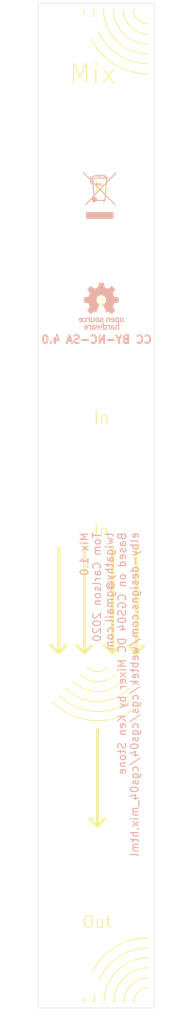
<source format=kicad_pcb>
(kicad_pcb (version 20171130) (host pcbnew "(5.1.4)-1")

  (general
    (thickness 1.6)
    (drawings 45)
    (tracks 0)
    (zones 0)
    (modules 9)
    (nets 2)
  )

  (page A4)
  (layers
    (0 F.Cu signal)
    (31 B.Cu signal)
    (32 B.Adhes user)
    (33 F.Adhes user)
    (34 B.Paste user)
    (35 F.Paste user)
    (36 B.SilkS user)
    (37 F.SilkS user)
    (38 B.Mask user)
    (39 F.Mask user)
    (40 Dwgs.User user)
    (41 Cmts.User user)
    (42 Eco1.User user)
    (43 Eco2.User user)
    (44 Edge.Cuts user)
    (45 Margin user)
    (46 B.CrtYd user)
    (47 F.CrtYd user)
    (48 B.Fab user)
    (49 F.Fab user)
  )

  (setup
    (last_trace_width 0.25)
    (trace_clearance 0.2)
    (zone_clearance 0.508)
    (zone_45_only no)
    (trace_min 0.2)
    (via_size 0.8)
    (via_drill 0.4)
    (via_min_size 0.4)
    (via_min_drill 0.3)
    (uvia_size 0.3)
    (uvia_drill 0.1)
    (uvias_allowed no)
    (uvia_min_size 0.2)
    (uvia_min_drill 0.1)
    (edge_width 0.05)
    (segment_width 0.2)
    (pcb_text_width 0.3)
    (pcb_text_size 1.5 1.5)
    (mod_edge_width 0.12)
    (mod_text_size 1 1)
    (mod_text_width 0.15)
    (pad_size 6.4 3.2)
    (pad_drill 6.4)
    (pad_to_mask_clearance 0.051)
    (solder_mask_min_width 0.25)
    (aux_axis_origin 0 0)
    (visible_elements 7FFFFFFF)
    (pcbplotparams
      (layerselection 0x010fc_ffffffff)
      (usegerberextensions false)
      (usegerberattributes false)
      (usegerberadvancedattributes false)
      (creategerberjobfile false)
      (excludeedgelayer true)
      (linewidth 0.100000)
      (plotframeref false)
      (viasonmask false)
      (mode 1)
      (useauxorigin false)
      (hpglpennumber 1)
      (hpglpenspeed 20)
      (hpglpendiameter 15.000000)
      (psnegative false)
      (psa4output false)
      (plotreference true)
      (plotvalue true)
      (plotinvisibletext false)
      (padsonsilk false)
      (subtractmaskfromsilk false)
      (outputformat 1)
      (mirror false)
      (drillshape 1)
      (scaleselection 1)
      (outputdirectory ""))
  )

  (net 0 "")
  (net 1 Earth)

  (net_class Default "This is the default net class."
    (clearance 0.2)
    (trace_width 0.25)
    (via_dia 0.8)
    (via_drill 0.4)
    (uvia_dia 0.3)
    (uvia_drill 0.1)
  )

  (net_class Power ""
    (clearance 0.2)
    (trace_width 0.5)
    (via_dia 0.8)
    (via_drill 0.4)
    (uvia_dia 0.3)
    (uvia_drill 0.1)
  )

  (module Symbol:WEEE-Logo_4.2x6mm_SilkScreen (layer B.Cu) (tedit 0) (tstamp 6055F994)
    (at 123.8504 67.3608 180)
    (descr "Waste Electrical and Electronic Equipment Directive")
    (tags "Logo WEEE")
    (path /60041A75)
    (attr virtual)
    (fp_text reference J26 (at 0 0) (layer B.SilkS) hide
      (effects (font (size 1 1) (thickness 0.15)) (justify mirror))
    )
    (fp_text value WEEE (at 0.75 0) (layer B.Fab) hide
      (effects (font (size 1 1) (thickness 0.15)) (justify mirror))
    )
    (fp_poly (pts (xy 1.747822 -3.017822) (xy -1.772971 -3.017822) (xy -1.772971 -2.150198) (xy 1.747822 -2.150198)
      (xy 1.747822 -3.017822)) (layer B.SilkS) (width 0.01))
    (fp_poly (pts (xy 2.12443 2.935152) (xy 2.123811 2.848069) (xy 1.672086 2.389109) (xy 1.220361 1.930148)
      (xy 1.220032 1.719529) (xy 1.219703 1.508911) (xy 0.94461 1.508911) (xy 0.937522 1.45547)
      (xy 0.934838 1.431112) (xy 0.930313 1.385241) (xy 0.924191 1.320595) (xy 0.916712 1.239909)
      (xy 0.908119 1.145919) (xy 0.898654 1.041363) (xy 0.888558 0.928975) (xy 0.878074 0.811493)
      (xy 0.867444 0.691652) (xy 0.856909 0.572189) (xy 0.846713 0.455841) (xy 0.837095 0.345343)
      (xy 0.8283 0.243431) (xy 0.820568 0.152842) (xy 0.814142 0.076313) (xy 0.809263 0.016579)
      (xy 0.806175 -0.023624) (xy 0.805117 -0.041559) (xy 0.805118 -0.041644) (xy 0.812827 -0.056035)
      (xy 0.835981 -0.085748) (xy 0.874895 -0.131131) (xy 0.929884 -0.192529) (xy 1.001264 -0.270288)
      (xy 1.089349 -0.364754) (xy 1.194454 -0.476272) (xy 1.316895 -0.605188) (xy 1.35131 -0.641287)
      (xy 1.897137 -1.213416) (xy 1.808881 -1.301436) (xy 1.737485 -1.223758) (xy 1.711366 -1.195686)
      (xy 1.670566 -1.152274) (xy 1.617777 -1.096366) (xy 1.555691 -1.030808) (xy 1.487 -0.958441)
      (xy 1.414396 -0.882112) (xy 1.37096 -0.836524) (xy 1.289416 -0.751119) (xy 1.223504 -0.68271)
      (xy 1.171544 -0.630053) (xy 1.131855 -0.591905) (xy 1.102757 -0.56702) (xy 1.082569 -0.554156)
      (xy 1.06961 -0.552068) (xy 1.0622 -0.559513) (xy 1.058658 -0.575246) (xy 1.057303 -0.598023)
      (xy 1.057121 -0.604239) (xy 1.047703 -0.647061) (xy 1.024497 -0.698819) (xy 0.992136 -0.751328)
      (xy 0.955252 -0.796403) (xy 0.940493 -0.810328) (xy 0.864767 -0.859047) (xy 0.776308 -0.886306)
      (xy 0.6981 -0.892773) (xy 0.609468 -0.880576) (xy 0.527612 -0.844813) (xy 0.455164 -0.786722)
      (xy 0.441797 -0.772262) (xy 0.392918 -0.716733) (xy -0.452674 -0.716733) (xy -0.452674 -0.892773)
      (xy -0.67901 -0.892773) (xy -0.67901 -0.810531) (xy -0.68185 -0.754386) (xy -0.691393 -0.715416)
      (xy -0.702991 -0.694219) (xy -0.711277 -0.679052) (xy -0.718373 -0.657062) (xy -0.724748 -0.624987)
      (xy -0.730872 -0.579569) (xy -0.737216 -0.517548) (xy -0.74425 -0.435662) (xy -0.749066 -0.374746)
      (xy -0.771161 -0.089343) (xy -1.313565 -0.638805) (xy -1.411637 -0.738228) (xy -1.505784 -0.833815)
      (xy -1.594285 -0.92381) (xy -1.67542 -1.006457) (xy -1.747469 -1.080001) (xy -1.808712 -1.142684)
      (xy -1.857427 -1.192752) (xy -1.891896 -1.228448) (xy -1.910379 -1.247995) (xy -1.940743 -1.278944)
      (xy -1.966071 -1.30053) (xy -1.979695 -1.307723) (xy -1.997095 -1.299297) (xy -2.02246 -1.278245)
      (xy -2.031058 -1.269671) (xy -2.067514 -1.23162) (xy -1.866802 -1.027658) (xy -1.815596 -0.975699)
      (xy -1.749569 -0.90882) (xy -1.671618 -0.82995) (xy -1.584638 -0.742014) (xy -1.491526 -0.647941)
      (xy -1.395179 -0.550658) (xy -1.298492 -0.453093) (xy -1.229134 -0.383145) (xy -1.123703 -0.27655)
      (xy -1.035129 -0.186307) (xy -0.962281 -0.111192) (xy -0.904023 -0.049986) (xy -0.859225 -0.001466)
      (xy -0.837021 0.023871) (xy -0.658724 0.023871) (xy -0.636401 -0.261555) (xy -0.629669 -0.345219)
      (xy -0.623157 -0.421727) (xy -0.617234 -0.487081) (xy -0.612268 -0.537281) (xy -0.608629 -0.568329)
      (xy -0.607458 -0.575273) (xy -0.600838 -0.603565) (xy 0.348636 -0.603565) (xy 0.354974 -0.524606)
      (xy 0.37411 -0.431315) (xy 0.414154 -0.348791) (xy 0.472582 -0.280038) (xy 0.546871 -0.228063)
      (xy 0.630252 -0.196863) (xy 0.657302 -0.182228) (xy 0.670844 -0.150819) (xy 0.671128 -0.149434)
      (xy 0.672753 -0.136174) (xy 0.670744 -0.122595) (xy 0.663142 -0.106181) (xy 0.647984 -0.084411)
      (xy 0.623312 -0.054767) (xy 0.587164 -0.014732) (xy 0.53758 0.038215) (xy 0.472599 0.106591)
      (xy 0.468401 0.110995) (xy 0.398507 0.184389) (xy 0.3242 0.262563) (xy 0.250586 0.340136)
      (xy 0.182771 0.411725) (xy 0.12586 0.471949) (xy 0.113168 0.485413) (xy 0.064513 0.53618)
      (xy 0.021291 0.579625) (xy -0.013395 0.612759) (xy -0.036444 0.632595) (xy -0.044182 0.636954)
      (xy -0.055722 0.62783) (xy -0.08271 0.6028) (xy -0.123021 0.563948) (xy -0.174529 0.513357)
      (xy -0.235109 0.453112) (xy -0.302636 0.385296) (xy -0.357826 0.329435) (xy -0.658724 0.023871)
      (xy -0.837021 0.023871) (xy -0.826751 0.035589) (xy -0.805471 0.062401) (xy -0.794251 0.080192)
      (xy -0.791754 0.08843) (xy -0.7927 0.10641) (xy -0.795573 0.147108) (xy -0.800187 0.208181)
      (xy -0.806358 0.287287) (xy -0.813898 0.382086) (xy -0.822621 0.490233) (xy -0.832343 0.609388)
      (xy -0.842876 0.737209) (xy -0.851365 0.839365) (xy -0.899396 1.415326) (xy -0.775805 1.415326)
      (xy -0.775273 1.402896) (xy -0.772769 1.36789) (xy -0.768496 1.312785) (xy -0.762653 1.240057)
      (xy -0.755443 1.152186) (xy -0.747066 1.051649) (xy -0.737723 0.940923) (xy -0.728758 0.835795)
      (xy -0.718602 0.716517) (xy -0.709142 0.60392) (xy -0.700596 0.500695) (xy -0.693179 0.409527)
      (xy -0.687108 0.333105) (xy -0.682601 0.274117) (xy -0.679873 0.235251) (xy -0.679116 0.220156)
      (xy -0.677935 0.210762) (xy -0.673256 0.207034) (xy -0.663276 0.210529) (xy -0.64619 0.222801)
      (xy -0.620196 0.245406) (xy -0.58349 0.2799) (xy -0.534267 0.327838) (xy -0.470726 0.390776)
      (xy -0.403305 0.458032) (xy -0.127601 0.733523) (xy -0.129533 0.735594) (xy 0.05271 0.735594)
      (xy 0.061016 0.72422) (xy 0.084267 0.697437) (xy 0.120135 0.657708) (xy 0.166287 0.607493)
      (xy 0.220394 0.549254) (xy 0.280126 0.485453) (xy 0.343152 0.418551) (xy 0.407142 0.35101)
      (xy 0.469764 0.28529) (xy 0.52869 0.223854) (xy 0.581588 0.169163) (xy 0.626128 0.123678)
      (xy 0.65998 0.089862) (xy 0.680812 0.070174) (xy 0.686494 0.066163) (xy 0.688366 0.079109)
      (xy 0.692254 0.114866) (xy 0.697943 0.171196) (xy 0.705219 0.24586) (xy 0.713869 0.33662)
      (xy 0.723678 0.441238) (xy 0.734434 0.557474) (xy 0.745921 0.683092) (xy 0.755093 0.784382)
      (xy 0.766826 0.915721) (xy 0.777665 1.039448) (xy 0.78743 1.153319) (xy 0.795937 1.255089)
      (xy 0.803005 1.342513) (xy 0.808451 1.413347) (xy 0.812092 1.465347) (xy 0.813747 1.496268)
      (xy 0.813558 1.504297) (xy 0.803666 1.497146) (xy 0.778476 1.474159) (xy 0.74019 1.437561)
      (xy 0.691011 1.389578) (xy 0.633139 1.332434) (xy 0.568778 1.268353) (xy 0.500129 1.199562)
      (xy 0.429395 1.128284) (xy 0.358778 1.056745) (xy 0.29048 0.98717) (xy 0.226704 0.921783)
      (xy 0.16965 0.862809) (xy 0.121522 0.812473) (xy 0.084522 0.773001) (xy 0.060852 0.746617)
      (xy 0.05271 0.735594) (xy -0.129533 0.735594) (xy -0.230409 0.843705) (xy -0.282768 0.899623)
      (xy -0.341535 0.962052) (xy -0.404385 1.028557) (xy -0.468995 1.096702) (xy -0.533042 1.164052)
      (xy -0.594203 1.228172) (xy -0.650153 1.286628) (xy -0.69857 1.336982) (xy -0.73713 1.376802)
      (xy -0.763509 1.40365) (xy -0.775384 1.415092) (xy -0.775805 1.415326) (xy -0.899396 1.415326)
      (xy -0.911401 1.559274) (xy -1.511938 2.190842) (xy -2.112475 2.822411) (xy -2.112034 2.910685)
      (xy -2.111592 2.99896) (xy -2.014583 2.895334) (xy -1.960291 2.837537) (xy -1.896192 2.769632)
      (xy -1.824016 2.693428) (xy -1.745492 2.610731) (xy -1.662349 2.523347) (xy -1.576319 2.433085)
      (xy -1.48913 2.34175) (xy -1.402513 2.251151) (xy -1.318197 2.163093) (xy -1.237912 2.079385)
      (xy -1.163387 2.001833) (xy -1.096354 1.932243) (xy -1.038541 1.872424) (xy -0.991679 1.824182)
      (xy -0.957496 1.789324) (xy -0.937724 1.769657) (xy -0.93339 1.765884) (xy -0.933092 1.779008)
      (xy -0.934731 1.812611) (xy -0.938023 1.86212) (xy -0.942682 1.922963) (xy -0.944682 1.947268)
      (xy -0.959577 2.125049) (xy -0.842955 2.125049) (xy -0.836934 2.096757) (xy -0.833863 2.074382)
      (xy -0.829548 2.032283) (xy -0.824488 1.975822) (xy -0.819181 1.910365) (xy -0.817344 1.886138)
      (xy -0.811927 1.816579) (xy -0.806459 1.751982) (xy -0.801488 1.698452) (xy -0.797561 1.66209)
      (xy -0.796675 1.655491) (xy -0.793334 1.641944) (xy -0.786101 1.626086) (xy -0.77344 1.606139)
      (xy -0.753811 1.580327) (xy -0.725678 1.546871) (xy -0.687502 1.503993) (xy -0.637746 1.449917)
      (xy -0.574871 1.382864) (xy -0.497341 1.301057) (xy -0.418251 1.21805) (xy -0.339564 1.135906)
      (xy -0.266112 1.059831) (xy -0.199724 0.991675) (xy -0.142227 0.933288) (xy -0.095451 0.886519)
      (xy -0.061224 0.853218) (xy -0.041373 0.835233) (xy -0.03714 0.832558) (xy -0.026003 0.842259)
      (xy 0.000029 0.867559) (xy 0.03843 0.905918) (xy 0.086672 0.9548) (xy 0.14223 1.011666)
      (xy 0.182408 1.053094) (xy 0.392169 1.27) (xy -0.226337 1.27) (xy -0.226337 1.508911)
      (xy 0.528119 1.508911) (xy 0.528119 1.402458) (xy 0.666435 1.540346) (xy 0.764553 1.63816)
      (xy 0.955643 1.63816) (xy 0.957471 1.62273) (xy 0.966723 1.614133) (xy 0.98905 1.610387)
      (xy 1.030105 1.609511) (xy 1.037376 1.609505) (xy 1.119109 1.609505) (xy 1.119109 1.828828)
      (xy 1.037376 1.747821) (xy 0.99127 1.698572) (xy 0.963694 1.660841) (xy 0.955643 1.63816)
      (xy 0.764553 1.63816) (xy 0.804752 1.678234) (xy 0.804752 1.801048) (xy 0.805137 1.85755)
      (xy 0.8069 1.893495) (xy 0.81095 1.91347) (xy 0.818199 1.922063) (xy 0.82913 1.923861)
      (xy 0.841288 1.926502) (xy 0.850273 1.937088) (xy 0.857174 1.959619) (xy 0.863076 1.998091)
      (xy 0.869065 2.056502) (xy 0.870987 2.077896) (xy 0.875148 2.125049) (xy -0.842955 2.125049)
      (xy -0.959577 2.125049) (xy -1.119109 2.125049) (xy -1.119109 2.238218) (xy -1.051314 2.238218)
      (xy -1.011662 2.239304) (xy -0.990116 2.244546) (xy -0.98748 2.247666) (xy -0.848616 2.247666)
      (xy -0.841308 2.240538) (xy -0.815993 2.238338) (xy -0.798908 2.238218) (xy -0.741881 2.238218)
      (xy -0.529221 2.238218) (xy 0.885302 2.238218) (xy 0.837458 2.287214) (xy 0.76315 2.347676)
      (xy 0.671184 2.394309) (xy 0.560002 2.427751) (xy 0.449529 2.446247) (xy 0.377227 2.454878)
      (xy 0.377227 2.36396) (xy -0.201188 2.36396) (xy -0.201188 2.467107) (xy -0.286065 2.458504)
      (xy -0.345368 2.451244) (xy -0.408551 2.441621) (xy -0.446386 2.434748) (xy -0.521832 2.419593)
      (xy -0.525526 2.328905) (xy -0.529221 2.238218) (xy -0.741881 2.238218) (xy -0.741881 2.288515)
      (xy -0.743544 2.320024) (xy -0.747697 2.337537) (xy -0.749371 2.338812) (xy -0.767987 2.330746)
      (xy -0.795183 2.31118) (xy -0.822448 2.287056) (xy -0.841267 2.265318) (xy -0.842943 2.262492)
      (xy -0.848616 2.247666) (xy -0.98748 2.247666) (xy -0.979662 2.256919) (xy -0.975442 2.270396)
      (xy -0.958219 2.305373) (xy -0.925138 2.347421) (xy -0.881893 2.390644) (xy -0.834174 2.429146)
      (xy -0.80283 2.449199) (xy -0.767123 2.471149) (xy -0.748819 2.489589) (xy -0.742388 2.511332)
      (xy -0.741894 2.524282) (xy -0.741894 2.527425) (xy -0.100594 2.527425) (xy -0.100594 2.464554)
      (xy 0.276633 2.464554) (xy 0.276633 2.527425) (xy -0.100594 2.527425) (xy -0.741894 2.527425)
      (xy -0.741881 2.565148) (xy -0.636048 2.565148) (xy -0.587355 2.563971) (xy -0.549405 2.560835)
      (xy -0.528308 2.556329) (xy -0.526023 2.554505) (xy -0.512641 2.551705) (xy -0.480074 2.552852)
      (xy -0.433916 2.557607) (xy -0.402376 2.561997) (xy -0.345188 2.570622) (xy -0.292886 2.578409)
      (xy -0.253582 2.584153) (xy -0.242055 2.585785) (xy -0.211937 2.595112) (xy -0.201188 2.609728)
      (xy -0.19792 2.61568) (xy -0.18623 2.620222) (xy -0.163288 2.62353) (xy -0.126265 2.625785)
      (xy -0.072332 2.627166) (xy 0.00134 2.62785) (xy 0.08802 2.62802) (xy 0.180529 2.627923)
      (xy 0.250906 2.62747) (xy 0.302164 2.62641) (xy 0.33732 2.624497) (xy 0.359389 2.621481)
      (xy 0.371385 2.617115) (xy 0.376324 2.611151) (xy 0.377227 2.604216) (xy 0.384921 2.582205)
      (xy 0.410121 2.569679) (xy 0.456009 2.565212) (xy 0.464264 2.565148) (xy 0.541973 2.557132)
      (xy 0.630233 2.535064) (xy 0.721085 2.501916) (xy 0.80657 2.460661) (xy 0.878726 2.414269)
      (xy 0.888072 2.406918) (xy 0.918533 2.383002) (xy 0.936572 2.373424) (xy 0.949169 2.37652)
      (xy 0.9621 2.389296) (xy 1.000293 2.414322) (xy 1.049998 2.423929) (xy 1.103524 2.418933)
      (xy 1.153178 2.400149) (xy 1.191267 2.368394) (xy 1.194025 2.364703) (xy 1.222526 2.305425)
      (xy 1.227828 2.244066) (xy 1.210518 2.185573) (xy 1.17118 2.134896) (xy 1.16637 2.130711)
      (xy 1.13844 2.110833) (xy 1.110102 2.102079) (xy 1.070263 2.101447) (xy 1.060311 2.102008)
      (xy 1.021332 2.103438) (xy 1.001254 2.100161) (xy 0.993985 2.090272) (xy 0.99324 2.081039)
      (xy 0.991716 2.054256) (xy 0.987935 2.013975) (xy 0.985218 1.989876) (xy 0.981277 1.951599)
      (xy 0.982916 1.932004) (xy 0.992421 1.924842) (xy 1.009351 1.923861) (xy 1.019392 1.927099)
      (xy 1.03559 1.93758) (xy 1.059145 1.956452) (xy 1.091257 1.984865) (xy 1.133128 2.023965)
      (xy 1.185957 2.074903) (xy 1.250945 2.138827) (xy 1.329291 2.216886) (xy 1.422197 2.310228)
      (xy 1.530863 2.420002) (xy 1.583231 2.473048) (xy 2.125049 3.022233) (xy 2.12443 2.935152)) (layer B.SilkS) (width 0.01))
  )

  (module Symbol:OSHW-Logo_5.7x6mm_SilkScreen (layer B.Cu) (tedit 0) (tstamp 6055F97F)
    (at 124.0536 81.534 180)
    (descr "Open Source Hardware Logo")
    (tags "Logo OSHW")
    (path /600400DA)
    (attr virtual)
    (fp_text reference J27 (at 0 0) (layer B.SilkS) hide
      (effects (font (size 1 1) (thickness 0.15)) (justify mirror))
    )
    (fp_text value OSHW (at 0.75 0) (layer B.Fab) hide
      (effects (font (size 1 1) (thickness 0.15)) (justify mirror))
    )
    (fp_poly (pts (xy -1.908759 -1.469184) (xy -1.882247 -1.482282) (xy -1.849553 -1.505106) (xy -1.825725 -1.529996)
      (xy -1.809406 -1.561249) (xy -1.79924 -1.603166) (xy -1.793872 -1.660044) (xy -1.791944 -1.736184)
      (xy -1.791831 -1.768917) (xy -1.792161 -1.840656) (xy -1.793527 -1.891927) (xy -1.7965 -1.927404)
      (xy -1.801649 -1.951763) (xy -1.809543 -1.96968) (xy -1.817757 -1.981902) (xy -1.870187 -2.033905)
      (xy -1.93193 -2.065184) (xy -1.998536 -2.074592) (xy -2.065558 -2.06098) (xy -2.086792 -2.051354)
      (xy -2.137624 -2.024859) (xy -2.137624 -2.440052) (xy -2.100525 -2.420868) (xy -2.051643 -2.406025)
      (xy -1.991561 -2.402222) (xy -1.931564 -2.409243) (xy -1.886256 -2.425013) (xy -1.848675 -2.455047)
      (xy -1.816564 -2.498024) (xy -1.81415 -2.502436) (xy -1.803967 -2.523221) (xy -1.79653 -2.54417)
      (xy -1.791411 -2.569548) (xy -1.788181 -2.603618) (xy -1.786413 -2.650641) (xy -1.785677 -2.714882)
      (xy -1.785544 -2.787176) (xy -1.785544 -3.017822) (xy -1.923861 -3.017822) (xy -1.923861 -2.592533)
      (xy -1.962549 -2.559979) (xy -2.002738 -2.53394) (xy -2.040797 -2.529205) (xy -2.079066 -2.541389)
      (xy -2.099462 -2.55332) (xy -2.114642 -2.570313) (xy -2.125438 -2.595995) (xy -2.132683 -2.633991)
      (xy -2.137208 -2.687926) (xy -2.139844 -2.761425) (xy -2.140772 -2.810347) (xy -2.143911 -3.011535)
      (xy -2.209926 -3.015336) (xy -2.27594 -3.019136) (xy -2.27594 -1.77065) (xy -2.137624 -1.77065)
      (xy -2.134097 -1.840254) (xy -2.122215 -1.888569) (xy -2.10002 -1.918631) (xy -2.065559 -1.933471)
      (xy -2.030742 -1.936436) (xy -1.991329 -1.933028) (xy -1.965171 -1.919617) (xy -1.948814 -1.901896)
      (xy -1.935937 -1.882835) (xy -1.928272 -1.861601) (xy -1.924861 -1.831849) (xy -1.924749 -1.787236)
      (xy -1.925897 -1.74988) (xy -1.928532 -1.693604) (xy -1.932456 -1.656658) (xy -1.939063 -1.633223)
      (xy -1.949749 -1.61748) (xy -1.959833 -1.60838) (xy -2.00197 -1.588537) (xy -2.05184 -1.585332)
      (xy -2.080476 -1.592168) (xy -2.108828 -1.616464) (xy -2.127609 -1.663728) (xy -2.136712 -1.733624)
      (xy -2.137624 -1.77065) (xy -2.27594 -1.77065) (xy -2.27594 -1.458614) (xy -2.206782 -1.458614)
      (xy -2.16526 -1.460256) (xy -2.143838 -1.466087) (xy -2.137626 -1.477461) (xy -2.137624 -1.477798)
      (xy -2.134742 -1.488938) (xy -2.12203 -1.487673) (xy -2.096757 -1.475433) (xy -2.037869 -1.456707)
      (xy -1.971615 -1.454739) (xy -1.908759 -1.469184)) (layer B.SilkS) (width 0.01))
    (fp_poly (pts (xy -1.38421 -2.406555) (xy -1.325055 -2.422339) (xy -1.280023 -2.450948) (xy -1.248246 -2.488419)
      (xy -1.238366 -2.504411) (xy -1.231073 -2.521163) (xy -1.225974 -2.542592) (xy -1.222679 -2.572616)
      (xy -1.220797 -2.615154) (xy -1.219937 -2.674122) (xy -1.219707 -2.75344) (xy -1.219703 -2.774484)
      (xy -1.219703 -3.017822) (xy -1.280059 -3.017822) (xy -1.318557 -3.015126) (xy -1.347023 -3.008295)
      (xy -1.354155 -3.004083) (xy -1.373652 -2.996813) (xy -1.393566 -3.004083) (xy -1.426353 -3.01316)
      (xy -1.473978 -3.016813) (xy -1.526764 -3.015228) (xy -1.575036 -3.008589) (xy -1.603218 -3.000072)
      (xy -1.657753 -2.965063) (xy -1.691835 -2.916479) (xy -1.707157 -2.851882) (xy -1.707299 -2.850223)
      (xy -1.705955 -2.821566) (xy -1.584356 -2.821566) (xy -1.573726 -2.854161) (xy -1.55641 -2.872505)
      (xy -1.521652 -2.886379) (xy -1.475773 -2.891917) (xy -1.428988 -2.889191) (xy -1.391514 -2.878274)
      (xy -1.381015 -2.871269) (xy -1.362668 -2.838904) (xy -1.35802 -2.802111) (xy -1.35802 -2.753763)
      (xy -1.427582 -2.753763) (xy -1.493667 -2.75885) (xy -1.543764 -2.773263) (xy -1.574929 -2.795729)
      (xy -1.584356 -2.821566) (xy -1.705955 -2.821566) (xy -1.703987 -2.779647) (xy -1.68071 -2.723845)
      (xy -1.636948 -2.681647) (xy -1.630899 -2.677808) (xy -1.604907 -2.665309) (xy -1.572735 -2.65774)
      (xy -1.52776 -2.654061) (xy -1.474331 -2.653216) (xy -1.35802 -2.653169) (xy -1.35802 -2.604411)
      (xy -1.362953 -2.566581) (xy -1.375543 -2.541236) (xy -1.377017 -2.539887) (xy -1.405034 -2.5288)
      (xy -1.447326 -2.524503) (xy -1.494064 -2.526615) (xy -1.535418 -2.534756) (xy -1.559957 -2.546965)
      (xy -1.573253 -2.556746) (xy -1.587294 -2.558613) (xy -1.606671 -2.5506) (xy -1.635976 -2.530739)
      (xy -1.679803 -2.497063) (xy -1.683825 -2.493909) (xy -1.681764 -2.482236) (xy -1.664568 -2.462822)
      (xy -1.638433 -2.441248) (xy -1.609552 -2.423096) (xy -1.600478 -2.418809) (xy -1.56738 -2.410256)
      (xy -1.51888 -2.404155) (xy -1.464695 -2.401708) (xy -1.462161 -2.401703) (xy -1.38421 -2.406555)) (layer B.SilkS) (width 0.01))
    (fp_poly (pts (xy -0.993356 -2.40302) (xy -0.974539 -2.40866) (xy -0.968473 -2.421053) (xy -0.968218 -2.426647)
      (xy -0.967129 -2.44223) (xy -0.959632 -2.444676) (xy -0.939381 -2.433993) (xy -0.927351 -2.426694)
      (xy -0.8894 -2.411063) (xy -0.844072 -2.403334) (xy -0.796544 -2.40274) (xy -0.751995 -2.408513)
      (xy -0.715602 -2.419884) (xy -0.692543 -2.436088) (xy -0.687996 -2.456355) (xy -0.690291 -2.461843)
      (xy -0.70702 -2.484626) (xy -0.732963 -2.512647) (xy -0.737655 -2.517177) (xy -0.762383 -2.538005)
      (xy -0.783718 -2.544735) (xy -0.813555 -2.540038) (xy -0.825508 -2.536917) (xy -0.862705 -2.529421)
      (xy -0.888859 -2.532792) (xy -0.910946 -2.544681) (xy -0.931178 -2.560635) (xy -0.946079 -2.5807)
      (xy -0.956434 -2.608702) (xy -0.963029 -2.648467) (xy -0.966649 -2.703823) (xy -0.968078 -2.778594)
      (xy -0.968218 -2.82374) (xy -0.968218 -3.017822) (xy -1.09396 -3.017822) (xy -1.09396 -2.401683)
      (xy -1.031089 -2.401683) (xy -0.993356 -2.40302)) (layer B.SilkS) (width 0.01))
    (fp_poly (pts (xy -0.201188 -3.017822) (xy -0.270346 -3.017822) (xy -0.310488 -3.016645) (xy -0.331394 -3.011772)
      (xy -0.338922 -3.001186) (xy -0.339505 -2.994029) (xy -0.340774 -2.979676) (xy -0.348779 -2.976923)
      (xy -0.369815 -2.985771) (xy -0.386173 -2.994029) (xy -0.448977 -3.013597) (xy -0.517248 -3.014729)
      (xy -0.572752 -3.000135) (xy -0.624438 -2.964877) (xy -0.663838 -2.912835) (xy -0.685413 -2.85145)
      (xy -0.685962 -2.848018) (xy -0.689167 -2.810571) (xy -0.690761 -2.756813) (xy -0.690633 -2.716155)
      (xy -0.553279 -2.716155) (xy -0.550097 -2.770194) (xy -0.542859 -2.814735) (xy -0.53306 -2.839888)
      (xy -0.495989 -2.87426) (xy -0.451974 -2.886582) (xy -0.406584 -2.876618) (xy -0.367797 -2.846895)
      (xy -0.353108 -2.826905) (xy -0.344519 -2.80305) (xy -0.340496 -2.76823) (xy -0.339505 -2.71593)
      (xy -0.341278 -2.664139) (xy -0.345963 -2.618634) (xy -0.352603 -2.588181) (xy -0.35371 -2.585452)
      (xy -0.380491 -2.553) (xy -0.419579 -2.535183) (xy -0.463315 -2.532306) (xy -0.504038 -2.544674)
      (xy -0.534087 -2.572593) (xy -0.537204 -2.578148) (xy -0.546961 -2.612022) (xy -0.552277 -2.660728)
      (xy -0.553279 -2.716155) (xy -0.690633 -2.716155) (xy -0.690568 -2.69554) (xy -0.689664 -2.662563)
      (xy -0.683514 -2.580981) (xy -0.670733 -2.51973) (xy -0.649471 -2.474449) (xy -0.617878 -2.440779)
      (xy -0.587207 -2.421014) (xy -0.544354 -2.40712) (xy -0.491056 -2.402354) (xy -0.43648 -2.406236)
      (xy -0.389792 -2.418282) (xy -0.365124 -2.432693) (xy -0.339505 -2.455878) (xy -0.339505 -2.162773)
      (xy -0.201188 -2.162773) (xy -0.201188 -3.017822)) (layer B.SilkS) (width 0.01))
    (fp_poly (pts (xy 0.281524 -2.404237) (xy 0.331255 -2.407971) (xy 0.461291 -2.797773) (xy 0.481678 -2.728614)
      (xy 0.493946 -2.685874) (xy 0.510085 -2.628115) (xy 0.527512 -2.564625) (xy 0.536726 -2.53057)
      (xy 0.571388 -2.401683) (xy 0.714391 -2.401683) (xy 0.671646 -2.536857) (xy 0.650596 -2.603342)
      (xy 0.625167 -2.683539) (xy 0.59861 -2.767193) (xy 0.574902 -2.841782) (xy 0.520902 -3.011535)
      (xy 0.462598 -3.015328) (xy 0.404295 -3.019122) (xy 0.372679 -2.914734) (xy 0.353182 -2.849889)
      (xy 0.331904 -2.7784) (xy 0.313308 -2.715263) (xy 0.312574 -2.71275) (xy 0.298684 -2.669969)
      (xy 0.286429 -2.640779) (xy 0.277846 -2.629741) (xy 0.276082 -2.631018) (xy 0.269891 -2.64813)
      (xy 0.258128 -2.684787) (xy 0.242225 -2.736378) (xy 0.223614 -2.798294) (xy 0.213543 -2.832352)
      (xy 0.159007 -3.017822) (xy 0.043264 -3.017822) (xy -0.049263 -2.725471) (xy -0.075256 -2.643462)
      (xy -0.098934 -2.568987) (xy -0.11918 -2.505544) (xy -0.134874 -2.456632) (xy -0.144898 -2.425749)
      (xy -0.147945 -2.416726) (xy -0.145533 -2.407487) (xy -0.126592 -2.403441) (xy -0.087177 -2.403846)
      (xy -0.081007 -2.404152) (xy -0.007914 -2.407971) (xy 0.039957 -2.58401) (xy 0.057553 -2.648211)
      (xy 0.073277 -2.704649) (xy 0.085746 -2.748422) (xy 0.093574 -2.77463) (xy 0.09502 -2.778903)
      (xy 0.101014 -2.77399) (xy 0.113101 -2.748532) (xy 0.129893 -2.705997) (xy 0.150003 -2.64985)
      (xy 0.167003 -2.59913) (xy 0.231794 -2.400504) (xy 0.281524 -2.404237)) (layer B.SilkS) (width 0.01))
    (fp_poly (pts (xy 1.038411 -2.405417) (xy 1.091411 -2.41829) (xy 1.106731 -2.42511) (xy 1.136428 -2.442974)
      (xy 1.15922 -2.463093) (xy 1.176083 -2.488962) (xy 1.187998 -2.524073) (xy 1.195942 -2.57192)
      (xy 1.200894 -2.635996) (xy 1.203831 -2.719794) (xy 1.204947 -2.775768) (xy 1.209052 -3.017822)
      (xy 1.138932 -3.017822) (xy 1.096393 -3.016038) (xy 1.074476 -3.009942) (xy 1.068812 -2.999706)
      (xy 1.065821 -2.988637) (xy 1.052451 -2.990754) (xy 1.034233 -2.999629) (xy 0.988624 -3.013233)
      (xy 0.930007 -3.016899) (xy 0.868354 -3.010903) (xy 0.813638 -2.995521) (xy 0.80873 -2.993386)
      (xy 0.758723 -2.958255) (xy 0.725756 -2.909419) (xy 0.710587 -2.852333) (xy 0.711746 -2.831824)
      (xy 0.835508 -2.831824) (xy 0.846413 -2.859425) (xy 0.878745 -2.879204) (xy 0.93091 -2.889819)
      (xy 0.958787 -2.891228) (xy 1.005247 -2.88762) (xy 1.036129 -2.873597) (xy 1.043664 -2.866931)
      (xy 1.064076 -2.830666) (xy 1.068812 -2.797773) (xy 1.068812 -2.753763) (xy 1.007513 -2.753763)
      (xy 0.936256 -2.757395) (xy 0.886276 -2.768818) (xy 0.854696 -2.788824) (xy 0.847626 -2.797743)
      (xy 0.835508 -2.831824) (xy 0.711746 -2.831824) (xy 0.713971 -2.792456) (xy 0.736663 -2.735244)
      (xy 0.767624 -2.69658) (xy 0.786376 -2.679864) (xy 0.804733 -2.668878) (xy 0.828619 -2.66218)
      (xy 0.863957 -2.658326) (xy 0.916669 -2.655873) (xy 0.937577 -2.655168) (xy 1.068812 -2.650879)
      (xy 1.06862 -2.611158) (xy 1.063537 -2.569405) (xy 1.045162 -2.544158) (xy 1.008039 -2.52803)
      (xy 1.007043 -2.527742) (xy 0.95441 -2.5214) (xy 0.902906 -2.529684) (xy 0.86463 -2.549827)
      (xy 0.849272 -2.559773) (xy 0.83273 -2.558397) (xy 0.807275 -2.543987) (xy 0.792328 -2.533817)
      (xy 0.763091 -2.512088) (xy 0.74498 -2.4958) (xy 0.742074 -2.491137) (xy 0.75404 -2.467005)
      (xy 0.789396 -2.438185) (xy 0.804753 -2.428461) (xy 0.848901 -2.411714) (xy 0.908398 -2.402227)
      (xy 0.974487 -2.400095) (xy 1.038411 -2.405417)) (layer B.SilkS) (width 0.01))
    (fp_poly (pts (xy 1.635255 -2.401486) (xy 1.683595 -2.411015) (xy 1.711114 -2.425125) (xy 1.740064 -2.448568)
      (xy 1.698876 -2.500571) (xy 1.673482 -2.532064) (xy 1.656238 -2.547428) (xy 1.639102 -2.549776)
      (xy 1.614027 -2.542217) (xy 1.602257 -2.537941) (xy 1.55427 -2.531631) (xy 1.510324 -2.545156)
      (xy 1.47806 -2.57571) (xy 1.472819 -2.585452) (xy 1.467112 -2.611258) (xy 1.462706 -2.658817)
      (xy 1.459811 -2.724758) (xy 1.458631 -2.80571) (xy 1.458614 -2.817226) (xy 1.458614 -3.017822)
      (xy 1.320297 -3.017822) (xy 1.320297 -2.401683) (xy 1.389456 -2.401683) (xy 1.429333 -2.402725)
      (xy 1.450107 -2.407358) (xy 1.457789 -2.417849) (xy 1.458614 -2.427745) (xy 1.458614 -2.453806)
      (xy 1.491745 -2.427745) (xy 1.529735 -2.409965) (xy 1.58077 -2.401174) (xy 1.635255 -2.401486)) (layer B.SilkS) (width 0.01))
    (fp_poly (pts (xy 2.032581 -2.40497) (xy 2.092685 -2.420597) (xy 2.143021 -2.452848) (xy 2.167393 -2.47694)
      (xy 2.207345 -2.533895) (xy 2.230242 -2.599965) (xy 2.238108 -2.681182) (xy 2.238148 -2.687748)
      (xy 2.238218 -2.753763) (xy 1.858264 -2.753763) (xy 1.866363 -2.788342) (xy 1.880987 -2.819659)
      (xy 1.906581 -2.852291) (xy 1.911935 -2.8575) (xy 1.957943 -2.885694) (xy 2.01041 -2.890475)
      (xy 2.070803 -2.871926) (xy 2.08104 -2.866931) (xy 2.112439 -2.851745) (xy 2.13347 -2.843094)
      (xy 2.137139 -2.842293) (xy 2.149948 -2.850063) (xy 2.174378 -2.869072) (xy 2.186779 -2.87946)
      (xy 2.212476 -2.903321) (xy 2.220915 -2.919077) (xy 2.215058 -2.933571) (xy 2.211928 -2.937534)
      (xy 2.190725 -2.954879) (xy 2.155738 -2.975959) (xy 2.131337 -2.988265) (xy 2.062072 -3.009946)
      (xy 1.985388 -3.016971) (xy 1.912765 -3.008647) (xy 1.892426 -3.002686) (xy 1.829476 -2.968952)
      (xy 1.782815 -2.917045) (xy 1.752173 -2.846459) (xy 1.737282 -2.756692) (xy 1.735647 -2.709753)
      (xy 1.740421 -2.641413) (xy 1.86099 -2.641413) (xy 1.872652 -2.646465) (xy 1.903998 -2.650429)
      (xy 1.949571 -2.652768) (xy 1.980446 -2.653169) (xy 2.035981 -2.652783) (xy 2.071033 -2.650975)
      (xy 2.090262 -2.646773) (xy 2.09833 -2.639203) (xy 2.099901 -2.628218) (xy 2.089121 -2.594381)
      (xy 2.06198 -2.56094) (xy 2.026277 -2.535272) (xy 1.99056 -2.524772) (xy 1.942048 -2.534086)
      (xy 1.900053 -2.561013) (xy 1.870936 -2.599827) (xy 1.86099 -2.641413) (xy 1.740421 -2.641413)
      (xy 1.742599 -2.610236) (xy 1.764055 -2.530949) (xy 1.80047 -2.471263) (xy 1.852297 -2.430549)
      (xy 1.91999 -2.408179) (xy 1.956662 -2.403871) (xy 2.032581 -2.40497)) (layer B.SilkS) (width 0.01))
    (fp_poly (pts (xy -2.538261 -1.465148) (xy -2.472479 -1.494231) (xy -2.42254 -1.542793) (xy -2.388374 -1.610908)
      (xy -2.369907 -1.698651) (xy -2.368583 -1.712351) (xy -2.367546 -1.808939) (xy -2.380993 -1.893602)
      (xy -2.408108 -1.962221) (xy -2.422627 -1.984294) (xy -2.473201 -2.031011) (xy -2.537609 -2.061268)
      (xy -2.609666 -2.073824) (xy -2.683185 -2.067439) (xy -2.739072 -2.047772) (xy -2.787132 -2.014629)
      (xy -2.826412 -1.971175) (xy -2.827092 -1.970158) (xy -2.843044 -1.943338) (xy -2.85341 -1.916368)
      (xy -2.859688 -1.882332) (xy -2.863373 -1.83431) (xy -2.864997 -1.794931) (xy -2.865672 -1.759219)
      (xy -2.739955 -1.759219) (xy -2.738726 -1.79477) (xy -2.734266 -1.842094) (xy -2.726397 -1.872465)
      (xy -2.712207 -1.894072) (xy -2.698917 -1.906694) (xy -2.651802 -1.933122) (xy -2.602505 -1.936653)
      (xy -2.556593 -1.917639) (xy -2.533638 -1.896331) (xy -2.517096 -1.874859) (xy -2.507421 -1.854313)
      (xy -2.503174 -1.827574) (xy -2.50292 -1.787523) (xy -2.504228 -1.750638) (xy -2.507043 -1.697947)
      (xy -2.511505 -1.663772) (xy -2.519548 -1.64148) (xy -2.533103 -1.624442) (xy -2.543845 -1.614703)
      (xy -2.588777 -1.589123) (xy -2.637249 -1.587847) (xy -2.677894 -1.602999) (xy -2.712567 -1.634642)
      (xy -2.733224 -1.68662) (xy -2.739955 -1.759219) (xy -2.865672 -1.759219) (xy -2.866479 -1.716621)
      (xy -2.863948 -1.658056) (xy -2.856362 -1.614007) (xy -2.842681 -1.579248) (xy -2.821865 -1.548551)
      (xy -2.814147 -1.539436) (xy -2.765889 -1.494021) (xy -2.714128 -1.467493) (xy -2.650828 -1.456379)
      (xy -2.619961 -1.455471) (xy -2.538261 -1.465148)) (layer B.SilkS) (width 0.01))
    (fp_poly (pts (xy -1.356699 -1.472614) (xy -1.344168 -1.478514) (xy -1.300799 -1.510283) (xy -1.25979 -1.556646)
      (xy -1.229168 -1.607696) (xy -1.220459 -1.631166) (xy -1.212512 -1.673091) (xy -1.207774 -1.723757)
      (xy -1.207199 -1.744679) (xy -1.207129 -1.810693) (xy -1.587083 -1.810693) (xy -1.578983 -1.845273)
      (xy -1.559104 -1.88617) (xy -1.524347 -1.921514) (xy -1.482998 -1.944282) (xy -1.456649 -1.94901)
      (xy -1.420916 -1.943273) (xy -1.378282 -1.928882) (xy -1.363799 -1.922262) (xy -1.31024 -1.895513)
      (xy -1.264533 -1.930376) (xy -1.238158 -1.953955) (xy -1.224124 -1.973417) (xy -1.223414 -1.979129)
      (xy -1.235951 -1.992973) (xy -1.263428 -2.014012) (xy -1.288366 -2.030425) (xy -1.355664 -2.05993)
      (xy -1.43111 -2.073284) (xy -1.505888 -2.069812) (xy -1.565495 -2.051663) (xy -1.626941 -2.012784)
      (xy -1.670608 -1.961595) (xy -1.697926 -1.895367) (xy -1.710322 -1.811371) (xy -1.711421 -1.772936)
      (xy -1.707022 -1.684861) (xy -1.706482 -1.682299) (xy -1.580582 -1.682299) (xy -1.577115 -1.690558)
      (xy -1.562863 -1.695113) (xy -1.53347 -1.697065) (xy -1.484575 -1.697517) (xy -1.465748 -1.697525)
      (xy -1.408467 -1.696843) (xy -1.372141 -1.694364) (xy -1.352604 -1.689443) (xy -1.34569 -1.681434)
      (xy -1.345445 -1.678862) (xy -1.353336 -1.658423) (xy -1.373085 -1.629789) (xy -1.381575 -1.619763)
      (xy -1.413094 -1.591408) (xy -1.445949 -1.580259) (xy -1.463651 -1.579327) (xy -1.511539 -1.590981)
      (xy -1.551699 -1.622285) (xy -1.577173 -1.667752) (xy -1.577625 -1.669233) (xy -1.580582 -1.682299)
      (xy -1.706482 -1.682299) (xy -1.692392 -1.61551) (xy -1.666038 -1.560025) (xy -1.633807 -1.520639)
      (xy -1.574217 -1.477931) (xy -1.504168 -1.455109) (xy -1.429661 -1.453046) (xy -1.356699 -1.472614)) (layer B.SilkS) (width 0.01))
    (fp_poly (pts (xy 0.014017 -1.456452) (xy 0.061634 -1.465482) (xy 0.111034 -1.48437) (xy 0.116312 -1.486777)
      (xy 0.153774 -1.506476) (xy 0.179717 -1.524781) (xy 0.188103 -1.536508) (xy 0.180117 -1.555632)
      (xy 0.16072 -1.58385) (xy 0.15211 -1.594384) (xy 0.116628 -1.635847) (xy 0.070885 -1.608858)
      (xy 0.02735 -1.590878) (xy -0.02295 -1.581267) (xy -0.071188 -1.58066) (xy -0.108533 -1.589691)
      (xy -0.117495 -1.595327) (xy -0.134563 -1.621171) (xy -0.136637 -1.650941) (xy -0.123866 -1.674197)
      (xy -0.116312 -1.678708) (xy -0.093675 -1.684309) (xy -0.053885 -1.690892) (xy -0.004834 -1.697183)
      (xy 0.004215 -1.69817) (xy 0.082996 -1.711798) (xy 0.140136 -1.734946) (xy 0.17803 -1.769752)
      (xy 0.199079 -1.818354) (xy 0.205635 -1.877718) (xy 0.196577 -1.945198) (xy 0.167164 -1.998188)
      (xy 0.117278 -2.036783) (xy 0.0468 -2.061081) (xy -0.031435 -2.070667) (xy -0.095234 -2.070552)
      (xy -0.146984 -2.061845) (xy -0.182327 -2.049825) (xy -0.226983 -2.02888) (xy -0.268253 -2.004574)
      (xy -0.282921 -1.993876) (xy -0.320643 -1.963084) (xy -0.275148 -1.917049) (xy -0.229653 -1.871013)
      (xy -0.177928 -1.905243) (xy -0.126048 -1.930952) (xy -0.070649 -1.944399) (xy -0.017395 -1.945818)
      (xy 0.028049 -1.935443) (xy 0.060016 -1.913507) (xy 0.070338 -1.894998) (xy 0.068789 -1.865314)
      (xy 0.04314 -1.842615) (xy -0.00654 -1.82694) (xy -0.060969 -1.819695) (xy -0.144736 -1.805873)
      (xy -0.206967 -1.779796) (xy -0.248493 -1.740699) (xy -0.270147 -1.68782) (xy -0.273147 -1.625126)
      (xy -0.258329 -1.559642) (xy -0.224546 -1.510144) (xy -0.171495 -1.476408) (xy -0.098874 -1.458207)
      (xy -0.045072 -1.454639) (xy 0.014017 -1.456452)) (layer B.SilkS) (width 0.01))
    (fp_poly (pts (xy 0.610762 -1.466055) (xy 0.674363 -1.500692) (xy 0.724123 -1.555372) (xy 0.747568 -1.599842)
      (xy 0.757634 -1.639121) (xy 0.764156 -1.695116) (xy 0.766951 -1.759621) (xy 0.765836 -1.824429)
      (xy 0.760626 -1.881334) (xy 0.754541 -1.911727) (xy 0.734014 -1.953306) (xy 0.698463 -1.997468)
      (xy 0.655619 -2.036087) (xy 0.613211 -2.061034) (xy 0.612177 -2.06143) (xy 0.559553 -2.072331)
      (xy 0.497188 -2.072601) (xy 0.437924 -2.062676) (xy 0.41504 -2.054722) (xy 0.356102 -2.0213)
      (xy 0.31389 -1.977511) (xy 0.286156 -1.919538) (xy 0.270651 -1.843565) (xy 0.267143 -1.803771)
      (xy 0.26759 -1.753766) (xy 0.402376 -1.753766) (xy 0.406917 -1.826732) (xy 0.419986 -1.882334)
      (xy 0.440756 -1.917861) (xy 0.455552 -1.92802) (xy 0.493464 -1.935104) (xy 0.538527 -1.933007)
      (xy 0.577487 -1.922812) (xy 0.587704 -1.917204) (xy 0.614659 -1.884538) (xy 0.632451 -1.834545)
      (xy 0.640024 -1.773705) (xy 0.636325 -1.708497) (xy 0.628057 -1.669253) (xy 0.60432 -1.623805)
      (xy 0.566849 -1.595396) (xy 0.52172 -1.585573) (xy 0.475011 -1.595887) (xy 0.439132 -1.621112)
      (xy 0.420277 -1.641925) (xy 0.409272 -1.662439) (xy 0.404026 -1.690203) (xy 0.402449 -1.732762)
      (xy 0.402376 -1.753766) (xy 0.26759 -1.753766) (xy 0.268094 -1.69758) (xy 0.285388 -1.610501)
      (xy 0.319029 -1.54253) (xy 0.369018 -1.493664) (xy 0.435356 -1.463899) (xy 0.449601 -1.460448)
      (xy 0.53521 -1.452345) (xy 0.610762 -1.466055)) (layer B.SilkS) (width 0.01))
    (fp_poly (pts (xy 0.993367 -1.654342) (xy 0.994555 -1.746563) (xy 0.998897 -1.81661) (xy 1.007558 -1.867381)
      (xy 1.021704 -1.901772) (xy 1.0425 -1.922679) (xy 1.07111 -1.933) (xy 1.106535 -1.935636)
      (xy 1.143636 -1.932682) (xy 1.171818 -1.921889) (xy 1.192243 -1.90036) (xy 1.206079 -1.865199)
      (xy 1.214491 -1.81351) (xy 1.218643 -1.742394) (xy 1.219703 -1.654342) (xy 1.219703 -1.458614)
      (xy 1.35802 -1.458614) (xy 1.35802 -2.062179) (xy 1.288862 -2.062179) (xy 1.24717 -2.060489)
      (xy 1.225701 -2.054556) (xy 1.219703 -2.043293) (xy 1.216091 -2.033261) (xy 1.201714 -2.035383)
      (xy 1.172736 -2.04958) (xy 1.106319 -2.07148) (xy 1.035875 -2.069928) (xy 0.968377 -2.046147)
      (xy 0.936233 -2.027362) (xy 0.911715 -2.007022) (xy 0.893804 -1.981573) (xy 0.881479 -1.947458)
      (xy 0.873723 -1.901121) (xy 0.869516 -1.839007) (xy 0.86784 -1.757561) (xy 0.867624 -1.694578)
      (xy 0.867624 -1.458614) (xy 0.993367 -1.458614) (xy 0.993367 -1.654342)) (layer B.SilkS) (width 0.01))
    (fp_poly (pts (xy 2.217226 -1.46388) (xy 2.29008 -1.49483) (xy 2.313027 -1.509895) (xy 2.342354 -1.533048)
      (xy 2.360764 -1.551253) (xy 2.363961 -1.557183) (xy 2.354935 -1.57034) (xy 2.331837 -1.592667)
      (xy 2.313344 -1.60825) (xy 2.262728 -1.648926) (xy 2.22276 -1.615295) (xy 2.191874 -1.593584)
      (xy 2.161759 -1.58609) (xy 2.127292 -1.58792) (xy 2.072561 -1.601528) (xy 2.034886 -1.629772)
      (xy 2.011991 -1.675433) (xy 2.001597 -1.741289) (xy 2.001595 -1.741331) (xy 2.002494 -1.814939)
      (xy 2.016463 -1.868946) (xy 2.044328 -1.905716) (xy 2.063325 -1.918168) (xy 2.113776 -1.933673)
      (xy 2.167663 -1.933683) (xy 2.214546 -1.918638) (xy 2.225644 -1.911287) (xy 2.253476 -1.892511)
      (xy 2.275236 -1.889434) (xy 2.298704 -1.903409) (xy 2.324649 -1.92851) (xy 2.365716 -1.97088)
      (xy 2.320121 -2.008464) (xy 2.249674 -2.050882) (xy 2.170233 -2.071785) (xy 2.087215 -2.070272)
      (xy 2.032694 -2.056411) (xy 1.96897 -2.022135) (xy 1.918005 -1.968212) (xy 1.894851 -1.930149)
      (xy 1.876099 -1.875536) (xy 1.866715 -1.806369) (xy 1.866643 -1.731407) (xy 1.875824 -1.659409)
      (xy 1.894199 -1.599137) (xy 1.897093 -1.592958) (xy 1.939952 -1.532351) (xy 1.997979 -1.488224)
      (xy 2.066591 -1.461493) (xy 2.141201 -1.453073) (xy 2.217226 -1.46388)) (layer B.SilkS) (width 0.01))
    (fp_poly (pts (xy 2.677898 -1.456457) (xy 2.710096 -1.464279) (xy 2.771825 -1.492921) (xy 2.82461 -1.536667)
      (xy 2.861141 -1.589117) (xy 2.86616 -1.600893) (xy 2.873045 -1.63174) (xy 2.877864 -1.677371)
      (xy 2.879505 -1.723492) (xy 2.879505 -1.810693) (xy 2.697178 -1.810693) (xy 2.621979 -1.810978)
      (xy 2.569003 -1.812704) (xy 2.535325 -1.817181) (xy 2.51802 -1.82572) (xy 2.514163 -1.83963)
      (xy 2.520829 -1.860222) (xy 2.53277 -1.884315) (xy 2.56608 -1.924525) (xy 2.612368 -1.944558)
      (xy 2.668944 -1.943905) (xy 2.733031 -1.922101) (xy 2.788417 -1.895193) (xy 2.834375 -1.931532)
      (xy 2.880333 -1.967872) (xy 2.837096 -2.007819) (xy 2.779374 -2.045563) (xy 2.708386 -2.06832)
      (xy 2.632029 -2.074688) (xy 2.558199 -2.063268) (xy 2.546287 -2.059393) (xy 2.481399 -2.025506)
      (xy 2.43313 -1.974986) (xy 2.400465 -1.906325) (xy 2.382385 -1.818014) (xy 2.382175 -1.816121)
      (xy 2.380556 -1.719878) (xy 2.3871 -1.685542) (xy 2.514852 -1.685542) (xy 2.526584 -1.690822)
      (xy 2.558438 -1.694867) (xy 2.605397 -1.697176) (xy 2.635154 -1.697525) (xy 2.690648 -1.697306)
      (xy 2.725346 -1.695916) (xy 2.743601 -1.692251) (xy 2.749766 -1.68521) (xy 2.748195 -1.67369)
      (xy 2.746878 -1.669233) (xy 2.724382 -1.627355) (xy 2.689003 -1.593604) (xy 2.65778 -1.578773)
      (xy 2.616301 -1.579668) (xy 2.574269 -1.598164) (xy 2.539012 -1.628786) (xy 2.517854 -1.666062)
      (xy 2.514852 -1.685542) (xy 2.3871 -1.685542) (xy 2.39669 -1.635229) (xy 2.428698 -1.564191)
      (xy 2.474701 -1.508779) (xy 2.532821 -1.471009) (xy 2.60118 -1.452896) (xy 2.677898 -1.456457)) (layer B.SilkS) (width 0.01))
    (fp_poly (pts (xy -0.754012 -1.469002) (xy -0.722717 -1.48395) (xy -0.692409 -1.505541) (xy -0.669318 -1.530391)
      (xy -0.6525 -1.562087) (xy -0.641006 -1.604214) (xy -0.633891 -1.660358) (xy -0.630207 -1.734106)
      (xy -0.629008 -1.829044) (xy -0.628989 -1.838985) (xy -0.628713 -2.062179) (xy -0.76703 -2.062179)
      (xy -0.76703 -1.856418) (xy -0.767128 -1.780189) (xy -0.767809 -1.724939) (xy -0.769651 -1.686501)
      (xy -0.773233 -1.660706) (xy -0.779132 -1.643384) (xy -0.787927 -1.630368) (xy -0.80018 -1.617507)
      (xy -0.843047 -1.589873) (xy -0.889843 -1.584745) (xy -0.934424 -1.602217) (xy -0.949928 -1.615221)
      (xy -0.96131 -1.627447) (xy -0.969481 -1.64054) (xy -0.974974 -1.658615) (xy -0.97832 -1.685787)
      (xy -0.980051 -1.72617) (xy -0.980697 -1.783879) (xy -0.980792 -1.854132) (xy -0.980792 -2.062179)
      (xy -1.119109 -2.062179) (xy -1.119109 -1.458614) (xy -1.04995 -1.458614) (xy -1.008428 -1.460256)
      (xy -0.987006 -1.466087) (xy -0.980795 -1.477461) (xy -0.980792 -1.477798) (xy -0.97791 -1.488938)
      (xy -0.965199 -1.487674) (xy -0.939926 -1.475434) (xy -0.882605 -1.457424) (xy -0.817037 -1.455421)
      (xy -0.754012 -1.469002)) (layer B.SilkS) (width 0.01))
    (fp_poly (pts (xy 1.79946 -1.45803) (xy 1.842711 -1.471245) (xy 1.870558 -1.487941) (xy 1.879629 -1.501145)
      (xy 1.877132 -1.516797) (xy 1.860931 -1.541385) (xy 1.847232 -1.5588) (xy 1.818992 -1.590283)
      (xy 1.797775 -1.603529) (xy 1.779688 -1.602664) (xy 1.726035 -1.58901) (xy 1.68663 -1.58963)
      (xy 1.654632 -1.605104) (xy 1.64389 -1.614161) (xy 1.609505 -1.646027) (xy 1.609505 -2.062179)
      (xy 1.471188 -2.062179) (xy 1.471188 -1.458614) (xy 1.540347 -1.458614) (xy 1.581869 -1.460256)
      (xy 1.603291 -1.466087) (xy 1.609502 -1.477461) (xy 1.609505 -1.477798) (xy 1.612439 -1.489713)
      (xy 1.625704 -1.488159) (xy 1.644084 -1.479563) (xy 1.682046 -1.463568) (xy 1.712872 -1.453945)
      (xy 1.752536 -1.451478) (xy 1.79946 -1.45803)) (layer B.SilkS) (width 0.01))
    (fp_poly (pts (xy 0.376964 2.709982) (xy 0.433812 2.40843) (xy 0.853338 2.235488) (xy 1.104984 2.406605)
      (xy 1.175458 2.45425) (xy 1.239163 2.49679) (xy 1.293126 2.532285) (xy 1.334373 2.55879)
      (xy 1.359934 2.574364) (xy 1.366895 2.577722) (xy 1.379435 2.569086) (xy 1.406231 2.545208)
      (xy 1.44428 2.509141) (xy 1.490579 2.463933) (xy 1.542123 2.412636) (xy 1.595909 2.358299)
      (xy 1.648935 2.303972) (xy 1.698195 2.252705) (xy 1.740687 2.207549) (xy 1.773407 2.171554)
      (xy 1.793351 2.14777) (xy 1.798119 2.13981) (xy 1.791257 2.125135) (xy 1.77202 2.092986)
      (xy 1.74243 2.046508) (xy 1.70451 1.988844) (xy 1.660282 1.92314) (xy 1.634654 1.885664)
      (xy 1.587941 1.817232) (xy 1.546432 1.75548) (xy 1.51214 1.703481) (xy 1.48708 1.664308)
      (xy 1.473264 1.641035) (xy 1.471188 1.636145) (xy 1.475895 1.622245) (xy 1.488723 1.58985)
      (xy 1.507738 1.543515) (xy 1.531003 1.487794) (xy 1.556584 1.427242) (xy 1.582545 1.366414)
      (xy 1.60695 1.309864) (xy 1.627863 1.262148) (xy 1.643349 1.227819) (xy 1.651472 1.211432)
      (xy 1.651952 1.210788) (xy 1.664707 1.207659) (xy 1.698677 1.200679) (xy 1.75034 1.190533)
      (xy 1.816176 1.177908) (xy 1.892664 1.163491) (xy 1.93729 1.155177) (xy 2.019021 1.139616)
      (xy 2.092843 1.124808) (xy 2.155021 1.111564) (xy 2.201822 1.100695) (xy 2.229509 1.093011)
      (xy 2.235074 1.090573) (xy 2.240526 1.07407) (xy 2.244924 1.0368) (xy 2.248272 0.98312)
      (xy 2.250574 0.917388) (xy 2.251832 0.843963) (xy 2.252048 0.767204) (xy 2.251227 0.691468)
      (xy 2.249371 0.621114) (xy 2.246482 0.5605) (xy 2.242565 0.513984) (xy 2.237622 0.485925)
      (xy 2.234657 0.480084) (xy 2.216934 0.473083) (xy 2.179381 0.463073) (xy 2.126964 0.451231)
      (xy 2.064652 0.438733) (xy 2.0429 0.43469) (xy 1.938024 0.41548) (xy 1.85518 0.400009)
      (xy 1.79163 0.387663) (xy 1.744637 0.377827) (xy 1.711463 0.369886) (xy 1.689371 0.363224)
      (xy 1.675624 0.357227) (xy 1.667484 0.351281) (xy 1.666345 0.350106) (xy 1.654977 0.331174)
      (xy 1.637635 0.294331) (xy 1.61605 0.244087) (xy 1.591954 0.184954) (xy 1.567079 0.121444)
      (xy 1.543157 0.058068) (xy 1.521919 -0.000662) (xy 1.505097 -0.050235) (xy 1.494422 -0.086139)
      (xy 1.491627 -0.103862) (xy 1.49186 -0.104483) (xy 1.501331 -0.11897) (xy 1.522818 -0.150844)
      (xy 1.554063 -0.196789) (xy 1.592807 -0.253485) (xy 1.636793 -0.317617) (xy 1.649319 -0.335842)
      (xy 1.693984 -0.401914) (xy 1.733288 -0.4622) (xy 1.765088 -0.513235) (xy 1.787245 -0.55156)
      (xy 1.797617 -0.573711) (xy 1.798119 -0.576432) (xy 1.789405 -0.590736) (xy 1.765325 -0.619072)
      (xy 1.728976 -0.658396) (xy 1.683453 -0.705661) (xy 1.631852 -0.757823) (xy 1.577267 -0.811835)
      (xy 1.522794 -0.864653) (xy 1.471529 -0.913231) (xy 1.426567 -0.954523) (xy 1.391004 -0.985485)
      (xy 1.367935 -1.00307) (xy 1.361554 -1.005941) (xy 1.346699 -0.999178) (xy 1.316286 -0.980939)
      (xy 1.275268 -0.954297) (xy 1.243709 -0.932852) (xy 1.186525 -0.893503) (xy 1.118806 -0.847171)
      (xy 1.05088 -0.800913) (xy 1.014361 -0.776155) (xy 0.890752 -0.692547) (xy 0.786991 -0.74865)
      (xy 0.73972 -0.773228) (xy 0.699523 -0.792331) (xy 0.672326 -0.803227) (xy 0.665402 -0.804743)
      (xy 0.657077 -0.793549) (xy 0.640654 -0.761917) (xy 0.617357 -0.712765) (xy 0.588414 -0.64901)
      (xy 0.55505 -0.573571) (xy 0.518491 -0.489364) (xy 0.479964 -0.399308) (xy 0.440694 -0.306321)
      (xy 0.401908 -0.21332) (xy 0.36483 -0.123223) (xy 0.330689 -0.038948) (xy 0.300708 0.036587)
      (xy 0.276116 0.100466) (xy 0.258136 0.149769) (xy 0.247997 0.181579) (xy 0.246366 0.192504)
      (xy 0.259291 0.206439) (xy 0.287589 0.22906) (xy 0.325346 0.255667) (xy 0.328515 0.257772)
      (xy 0.4261 0.335886) (xy 0.504786 0.427018) (xy 0.563891 0.528255) (xy 0.602732 0.636682)
      (xy 0.620628 0.749386) (xy 0.616897 0.863452) (xy 0.590857 0.975966) (xy 0.541825 1.084015)
      (xy 0.5274 1.107655) (xy 0.452369 1.203113) (xy 0.36373 1.279768) (xy 0.264549 1.33722)
      (xy 0.157895 1.375071) (xy 0.046836 1.392922) (xy -0.065561 1.390375) (xy -0.176227 1.36703)
      (xy -0.282094 1.32249) (xy -0.380095 1.256355) (xy -0.41041 1.229513) (xy -0.487562 1.145488)
      (xy -0.543782 1.057034) (xy -0.582347 0.957885) (xy -0.603826 0.859697) (xy -0.609128 0.749303)
      (xy -0.591448 0.63836) (xy -0.552581 0.530619) (xy -0.494323 0.429831) (xy -0.418469 0.339744)
      (xy -0.326817 0.264108) (xy -0.314772 0.256136) (xy -0.276611 0.230026) (xy -0.247601 0.207405)
      (xy -0.233732 0.192961) (xy -0.233531 0.192504) (xy -0.236508 0.176879) (xy -0.248311 0.141418)
      (xy -0.267714 0.089038) (xy -0.293488 0.022655) (xy -0.324409 -0.054814) (xy -0.359249 -0.14045)
      (xy -0.396783 -0.231337) (xy -0.435783 -0.324559) (xy -0.475023 -0.417197) (xy -0.513276 -0.506335)
      (xy -0.549317 -0.589055) (xy -0.581917 -0.662441) (xy -0.609852 -0.723575) (xy -0.631895 -0.769541)
      (xy -0.646818 -0.797421) (xy -0.652828 -0.804743) (xy -0.671191 -0.799041) (xy -0.705552 -0.783749)
      (xy -0.749984 -0.761599) (xy -0.774417 -0.74865) (xy -0.878178 -0.692547) (xy -1.001787 -0.776155)
      (xy -1.064886 -0.818987) (xy -1.13397 -0.866122) (xy -1.198707 -0.910503) (xy -1.231134 -0.932852)
      (xy -1.276741 -0.963477) (xy -1.31536 -0.987747) (xy -1.341952 -1.002587) (xy -1.35059 -1.005724)
      (xy -1.363161 -0.997261) (xy -1.390984 -0.973636) (xy -1.431361 -0.937302) (xy -1.481595 -0.890711)
      (xy -1.538988 -0.836317) (xy -1.575286 -0.801392) (xy -1.63879 -0.738996) (xy -1.693673 -0.683188)
      (xy -1.737714 -0.636354) (xy -1.768695 -0.600882) (xy -1.784398 -0.579161) (xy -1.785905 -0.574752)
      (xy -1.778914 -0.557985) (xy -1.759594 -0.524082) (xy -1.730091 -0.476476) (xy -1.692545 -0.418599)
      (xy -1.6491 -0.353884) (xy -1.636745 -0.335842) (xy -1.591727 -0.270267) (xy -1.55134 -0.211228)
      (xy -1.51784 -0.162042) (xy -1.493486 -0.126028) (xy -1.480536 -0.106502) (xy -1.479285 -0.104483)
      (xy -1.481156 -0.088922) (xy -1.491087 -0.054709) (xy -1.507347 -0.006355) (xy -1.528205 0.051629)
      (xy -1.551927 0.11473) (xy -1.576784 0.178437) (xy -1.601042 0.238239) (xy -1.622971 0.289624)
      (xy -1.640838 0.328081) (xy -1.652913 0.349098) (xy -1.653771 0.350106) (xy -1.661154 0.356112)
      (xy -1.673625 0.362052) (xy -1.69392 0.36854) (xy -1.724778 0.376191) (xy -1.768934 0.38562)
      (xy -1.829126 0.397441) (xy -1.908093 0.412271) (xy -2.00857 0.430723) (xy -2.030325 0.43469)
      (xy -2.094802 0.447147) (xy -2.151011 0.459334) (xy -2.193987 0.470074) (xy -2.21876 0.478191)
      (xy -2.222082 0.480084) (xy -2.227556 0.496862) (xy -2.232006 0.534355) (xy -2.235428 0.588206)
      (xy -2.237819 0.654056) (xy -2.239177 0.727547) (xy -2.239499 0.80432) (xy -2.238781 0.880017)
      (xy -2.237021 0.95028) (xy -2.234216 1.01075) (xy -2.230362 1.05707) (xy -2.225457 1.084881)
      (xy -2.2225 1.090573) (xy -2.206037 1.096314) (xy -2.168551 1.105655) (xy -2.113775 1.117785)
      (xy -2.045445 1.131893) (xy -1.967294 1.14717) (xy -1.924716 1.155177) (xy -1.843929 1.170279)
      (xy -1.771887 1.18396) (xy -1.712111 1.195533) (xy -1.668121 1.204313) (xy -1.643439 1.209613)
      (xy -1.639377 1.210788) (xy -1.632511 1.224035) (xy -1.617998 1.255943) (xy -1.597771 1.301953)
      (xy -1.573766 1.357508) (xy -1.547918 1.418047) (xy -1.52216 1.479014) (xy -1.498427 1.535849)
      (xy -1.478654 1.583994) (xy -1.464776 1.61889) (xy -1.458726 1.635979) (xy -1.458614 1.636726)
      (xy -1.465472 1.650207) (xy -1.484698 1.68123) (xy -1.514272 1.726711) (xy -1.552173 1.783568)
      (xy -1.59638 1.848717) (xy -1.622079 1.886138) (xy -1.668907 1.954753) (xy -1.710499 2.017048)
      (xy -1.744825 2.069871) (xy -1.769857 2.110073) (xy -1.783565 2.1345) (xy -1.785544 2.139976)
      (xy -1.777034 2.152722) (xy -1.753507 2.179937) (xy -1.717968 2.218572) (xy -1.673423 2.265577)
      (xy -1.622877 2.317905) (xy -1.569336 2.372505) (xy -1.515805 2.42633) (xy -1.465289 2.47633)
      (xy -1.420794 2.519457) (xy -1.385325 2.552661) (xy -1.361887 2.572894) (xy -1.354046 2.577722)
      (xy -1.34128 2.570933) (xy -1.310744 2.551858) (xy -1.26541 2.522439) (xy -1.208244 2.484619)
      (xy -1.142216 2.440339) (xy -1.09241 2.406605) (xy -0.840764 2.235488) (xy -0.631001 2.321959)
      (xy -0.421237 2.40843) (xy -0.364389 2.709982) (xy -0.30754 3.011534) (xy 0.320115 3.011534)
      (xy 0.376964 2.709982)) (layer B.SilkS) (width 0.01))
  )

  (module MountingHole:MountingHole_3.2mm_M3 (layer F.Cu) (tedit 5F1D8352) (tstamp 5F1D8E2C)
    (at 120.5484 45.8724)
    (descr "Mounting Hole 3.2mm, no annular, M3")
    (tags "mounting hole 3.2mm no annular m3")
    (attr virtual)
    (fp_text reference REF** (at 0 -4.2) (layer F.SilkS) hide
      (effects (font (size 1 1) (thickness 0.15)))
    )
    (fp_text value MountingHole_3.2mm_M3 (at 0 4.2) (layer F.Fab)
      (effects (font (size 1 1) (thickness 0.15)))
    )
    (fp_text user %R (at 0.3 0) (layer F.Fab)
      (effects (font (size 1 1) (thickness 0.15)))
    )
    (fp_circle (center 0 0) (end 3.2 0) (layer Cmts.User) (width 0.15))
    (fp_circle (center 0 0) (end 3.45 0) (layer F.CrtYd) (width 0.05))
    (pad "" np_thru_hole oval (at 0 0) (size 6.4 3.2) (drill oval 6.4 3.2) (layers *.Cu *.Mask))
  )

  (module MountingHole:MountingHole_3.2mm_M3 (layer F.Cu) (tedit 5F1D8352) (tstamp 5F1CC3FF)
    (at 120.5992 168.275)
    (descr "Mounting Hole 3.2mm, no annular, M3")
    (tags "mounting hole 3.2mm no annular m3")
    (attr virtual)
    (fp_text reference REF** (at 0 -4.2) (layer F.SilkS) hide
      (effects (font (size 1 1) (thickness 0.15)))
    )
    (fp_text value MountingHole_3.2mm_M3 (at 0 4.2) (layer F.Fab)
      (effects (font (size 1 1) (thickness 0.15)))
    )
    (fp_circle (center 0 0) (end 3.45 0) (layer F.CrtYd) (width 0.05))
    (fp_circle (center 0 0) (end 3.2 0) (layer Cmts.User) (width 0.15))
    (fp_text user %R (at 0.3 0) (layer F.Fab)
      (effects (font (size 1 1) (thickness 0.15)))
    )
    (pad "" np_thru_hole oval (at 0 0) (size 6.4 3.2) (drill oval 6.4 3.2) (layers *.Cu *.Mask))
  )

  (module MountingHole:MountingHole_3.2mm_M3 (layer F.Cu) (tedit 5EE4C5D0) (tstamp 5F1C8491)
    (at 124.079 104.0765)
    (descr "Mounting Hole 3.2mm, no annular, M3")
    (tags "mounting hole 3.2mm no annular m3")
    (attr virtual)
    (fp_text reference REF** (at 0 -4.2) (layer F.SilkS) hide
      (effects (font (size 1 1) (thickness 0.15)))
    )
    (fp_text value MountingHole_3.2mm_M3 (at 0 4.2) (layer F.Fab)
      (effects (font (size 1 1) (thickness 0.15)))
    )
    (fp_text user %R (at 0.3 0) (layer F.Fab)
      (effects (font (size 1 1) (thickness 0.15)))
    )
    (fp_circle (center 0 0) (end 3.2 0) (layer Cmts.User) (width 0.15))
    (fp_circle (center 0 0) (end 3.45 0) (layer F.CrtYd) (width 0.05))
    (pad "" np_thru_hole circle (at 0 0) (size 6.1 6.1) (drill 6.1) (layers *.Cu *.Mask))
  )

  (module MountingHole:MountingHole_3.2mm_M3 (layer F.Cu) (tedit 5EE4C5D0) (tstamp 5F1C8481)
    (at 124.079 89.662)
    (descr "Mounting Hole 3.2mm, no annular, M3")
    (tags "mounting hole 3.2mm no annular m3")
    (attr virtual)
    (fp_text reference REF** (at 0 -4.2) (layer F.SilkS) hide
      (effects (font (size 1 1) (thickness 0.15)))
    )
    (fp_text value MountingHole_3.2mm_M3 (at 0 4.2) (layer F.Fab)
      (effects (font (size 1 1) (thickness 0.15)))
    )
    (fp_circle (center 0 0) (end 3.45 0) (layer F.CrtYd) (width 0.05))
    (fp_circle (center 0 0) (end 3.2 0) (layer Cmts.User) (width 0.15))
    (fp_text user %R (at 0.3 0) (layer F.Fab)
      (effects (font (size 1 1) (thickness 0.15)))
    )
    (pad "" np_thru_hole circle (at 0 0) (size 6.1 6.1) (drill 6.1) (layers *.Cu *.Mask))
  )

  (module MountingHole:MountingHole_3.2mm_M3 (layer F.Cu) (tedit 5EE4C5D0) (tstamp 5F1C8472)
    (at 124.1425 74.803)
    (descr "Mounting Hole 3.2mm, no annular, M3")
    (tags "mounting hole 3.2mm no annular m3")
    (attr virtual)
    (fp_text reference REF** (at 0 -4.2) (layer F.SilkS) hide
      (effects (font (size 1 1) (thickness 0.15)))
    )
    (fp_text value MountingHole_3.2mm_M3 (at 0 4.2) (layer F.Fab)
      (effects (font (size 1 1) (thickness 0.15)))
    )
    (fp_text user %R (at 0.3 0) (layer F.Fab)
      (effects (font (size 1 1) (thickness 0.15)))
    )
    (fp_circle (center 0 0) (end 3.2 0) (layer Cmts.User) (width 0.15))
    (fp_circle (center 0 0) (end 3.45 0) (layer F.CrtYd) (width 0.05))
    (pad "" np_thru_hole circle (at 0 0) (size 6.1 6.1) (drill 6.1) (layers *.Cu *.Mask))
  )

  (module MountingHole:MountingHole_3.2mm_M3 (layer F.Cu) (tedit 5EE4C5D0) (tstamp 5F1C6816)
    (at 124.079 60.2615)
    (descr "Mounting Hole 3.2mm, no annular, M3")
    (tags "mounting hole 3.2mm no annular m3")
    (attr virtual)
    (fp_text reference REF** (at 0 -4.2) (layer F.SilkS) hide
      (effects (font (size 1 1) (thickness 0.15)))
    )
    (fp_text value MountingHole_3.2mm_M3 (at 0 4.2) (layer F.Fab)
      (effects (font (size 1 1) (thickness 0.15)))
    )
    (fp_circle (center 0 0) (end 3.45 0) (layer F.CrtYd) (width 0.05))
    (fp_circle (center 0 0) (end 3.2 0) (layer Cmts.User) (width 0.15))
    (fp_text user %R (at 0.3 0) (layer F.Fab)
      (effects (font (size 1 1) (thickness 0.15)))
    )
    (pad "" np_thru_hole circle (at 0 0) (size 6.1 6.1) (drill 6.1) (layers *.Cu *.Mask))
  )

  (module MountingHole:MountingHole_3.2mm_M3 (layer F.Cu) (tedit 5EE4C5AE) (tstamp 5F1D81FC)
    (at 123.698 154.1145)
    (descr "Mounting Hole 3.2mm, no annular, M3")
    (tags "mounting hole 3.2mm no annular m3")
    (attr virtual)
    (fp_text reference REF** (at 0 -4.2) (layer F.SilkS) hide
      (effects (font (size 1 1) (thickness 0.15)))
    )
    (fp_text value MountingHole_3.2mm_M3 (at 0 4.2) (layer F.Fab)
      (effects (font (size 1 1) (thickness 0.15)))
    )
    (fp_text user %R (at 0.3 0) (layer F.Fab)
      (effects (font (size 1 1) (thickness 0.15)))
    )
    (fp_circle (center 0 0) (end 3.2 0) (layer Cmts.User) (width 0.15))
    (fp_circle (center 0 0) (end 3.45 0) (layer F.CrtYd) (width 0.05))
    (pad "" np_thru_hole circle (at 0 0) (size 6.1 6.1) (drill 6.1) (layers *.Cu *.Mask))
  )

  (gr_text "CC BY-NC-SA 4.0" (at 123.444 85.8012) (layer B.SilkS) (tstamp 6055F97E)
    (effects (font (size 1 1) (thickness 0.25)) (justify mirror))
  )
  (gr_arc (start 130.1115 170.561) (end 130.1115 168.656) (angle -90) (layer F.SilkS) (width 0.12) (tstamp 5F1CC3FE))
  (gr_arc (start 130.1115 170.561) (end 130.1115 163.576) (angle -90) (layer F.SilkS) (width 0.12) (tstamp 5F1CC3FD))
  (gr_arc (start 130.1115 170.561) (end 130.1115 166.116) (angle -90) (layer F.SilkS) (width 0.12) (tstamp 5F1CC3FC))
  (gr_arc (start 130.1115 170.561) (end 130.1115 164.846) (angle -90) (layer F.SilkS) (width 0.12) (tstamp 5F1CC3FB))
  (gr_arc (start 130.1115 170.561) (end 130.1115 162.306) (angle -90) (layer F.SilkS) (width 0.12) (tstamp 5F1CC3FA))
  (gr_arc (start 130.1115 170.561) (end 130.1115 167.386) (angle -90) (layer F.SilkS) (width 0.12) (tstamp 5F1CC3F9))
  (gr_text "Mix 1.0\nTom Carlson 2020\ntwigathy@gmail.com\nBased on CGS04 DC Mixer by Ken Stone\nelby-designs.com/webtek/cgs/cgs04/cgs04_mix.html" (at 125.095 110.363 90) (layer B.SilkS) (tstamp 5F1C8634)
    (effects (font (size 1 1) (thickness 0.15)) (justify left mirror))
  )
  (gr_text Mix (at 122.936 51.816) (layer F.SilkS) (tstamp 5F1C8536)
    (effects (font (size 2.5 2.5) (thickness 0.15)))
  )
  (gr_arc (start 130.048 43.561) (end 124.333 43.561) (angle -90.63659358) (layer F.SilkS) (width 0.12) (tstamp 5F1C8535))
  (gr_arc (start 130.048 43.561) (end 126.873 43.561) (angle -90) (layer F.SilkS) (width 0.12) (tstamp 5F1C8534))
  (gr_arc (start 130.048 43.561) (end 125.603 43.561) (angle -90) (layer F.SilkS) (width 0.12) (tstamp 5F1C8533))
  (gr_arc (start 130.048 43.561) (end 121.793 43.561) (angle -90) (layer F.SilkS) (width 0.12) (tstamp 5F1C8532))
  (gr_arc (start 130.048 43.561) (end 128.143 43.561) (angle -90) (layer F.SilkS) (width 0.12) (tstamp 5F1C8531))
  (gr_arc (start 130.048 43.561) (end 123.063 43.561) (angle -90) (layer F.SilkS) (width 0.12) (tstamp 5F1C8530))
  (gr_arc (start 123.571 126.369834) (end 118.631859 131.308974) (angle -88.17961325) (layer F.SilkS) (width 0.12) (tstamp 5F1C84F3))
  (gr_arc (start 123.571 126.365) (end 122.223962 127.712038) (angle -90) (layer F.SilkS) (width 0.12) (tstamp 5F1C84F2))
  (gr_arc (start 123.571 126.369834) (end 121.325936 128.614898) (angle -90) (layer F.SilkS) (width 0.12) (tstamp 5F1C84F1))
  (gr_arc (start 123.571 126.369834) (end 120.42791 129.512923) (angle -90) (layer F.SilkS) (width 0.12) (tstamp 5F1C84F0))
  (gr_arc (start 123.571 126.369834) (end 119.529885 130.410949) (angle -90) (layer F.SilkS) (width 0.12) (tstamp 5F1C84EF))
  (gr_arc (start 123.571 126.369834) (end 117.7925 132.1435) (angle -87.52997455) (layer F.SilkS) (width 0.12) (tstamp 5F1C84EE))
  (gr_line (start 128.5875 125.984) (end 128.5875 112.395) (layer F.SilkS) (width 0.4) (tstamp 5F1C84DD))
  (gr_line (start 128.5875 125.984) (end 129.4765 124.968) (layer F.SilkS) (width 0.4) (tstamp 5F1C84DC))
  (gr_line (start 128.5875 125.984) (end 127.5715 124.968) (layer F.SilkS) (width 0.4) (tstamp 5F1C84DB))
  (gr_line (start 125.476 125.9205) (end 125.476 112.395) (layer F.SilkS) (width 0.4) (tstamp 5F1C84B4))
  (gr_line (start 125.476 125.9205) (end 124.46 124.9045) (layer F.SilkS) (width 0.4) (tstamp 5F1C84B3))
  (gr_line (start 118.618 125.9205) (end 117.602 124.9045) (layer F.SilkS) (width 0.4) (tstamp 5F1C84B2))
  (gr_line (start 121.92 125.9205) (end 122.809 124.9045) (layer F.SilkS) (width 0.4) (tstamp 5F1C84B1))
  (gr_line (start 118.618 125.9205) (end 119.507 124.9045) (layer F.SilkS) (width 0.4) (tstamp 5F1C84B0))
  (gr_line (start 125.476 125.9205) (end 126.365 124.9045) (layer F.SilkS) (width 0.4) (tstamp 5F1C84AF))
  (gr_line (start 121.92 125.9205) (end 121.92 112.395) (layer F.SilkS) (width 0.4) (tstamp 5F1C84AE))
  (gr_line (start 118.618 125.9205) (end 118.618 112.395) (layer F.SilkS) (width 0.4) (tstamp 5F1C84AD))
  (gr_line (start 121.92 125.9205) (end 120.904 124.9045) (layer F.SilkS) (width 0.4) (tstamp 5F1C84AC))
  (gr_line (start 123.571 148.082) (end 123.571 135.636) (layer F.SilkS) (width 0.4) (tstamp 5F1C84A8))
  (gr_line (start 123.571 148.082) (end 124.46 147.066) (layer F.SilkS) (width 0.4) (tstamp 5F1C84A7))
  (gr_line (start 123.571 148.082) (end 122.555 147.066) (layer F.SilkS) (width 0.4) (tstamp 5F1C84A6))
  (gr_text In (at 124.079 110.236) (layer F.SilkS) (tstamp 5F1C8498)
    (effects (font (size 1.5 1.5) (thickness 0.15)))
  )
  (gr_text In (at 124.079 95.758) (layer F.SilkS) (tstamp 5F1C8488)
    (effects (font (size 1.5 1.5) (thickness 0.15)))
  )
  (gr_text In (at 124.1425 80.899) (layer F.SilkS) (tstamp 5F1C8471)
    (effects (font (size 1.5 1.5) (thickness 0.15)))
  )
  (gr_text In (at 124.079 66.294) (layer F.SilkS) (tstamp 5F1C8460)
    (effects (font (size 1.5 1.5) (thickness 0.15)))
  )
  (gr_text Out (at 123.5075 160.274) (layer F.SilkS) (tstamp 5F1D81F3)
    (effects (font (size 1.5 1.5) (thickness 0.15)))
  )
  (gr_line (start 130.81 42.799) (end 115.951 42.799) (layer Edge.Cuts) (width 0.05) (tstamp 5F1A1E31))
  (gr_line (start 115.951 171.2595) (end 115.951 42.799) (layer Edge.Cuts) (width 0.05) (tstamp 5F1A1E25))
  (gr_line (start 130.81 171.2595) (end 130.81 42.799) (layer Edge.Cuts) (width 0.05))
  (gr_line (start 130.81 171.2595) (end 115.951 171.2595) (layer Edge.Cuts) (width 0.05))

  (zone (net 1) (net_name Earth) (layer B.Cu) (tstamp 0) (hatch edge 0.508)
    (connect_pads (clearance 0.508))
    (min_thickness 0.254)
    (fill yes (arc_segments 32) (thermal_gap 0.508) (thermal_bridge_width 0.508))
    (polygon
      (pts
        (xy 130.81 42.799) (xy 115.951 42.799) (xy 115.951 171.323) (xy 130.81 171.323)
      )
    )
  )
)

</source>
